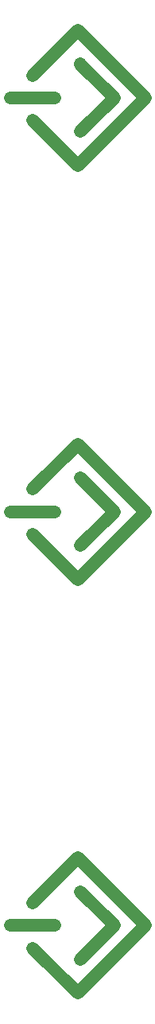
<source format=gbo>
G04 #@! TF.GenerationSoftware,KiCad,Pcbnew,8.0.6*
G04 #@! TF.CreationDate,2024-11-07T02:27:35-08:00*
G04 #@! TF.ProjectId,mse-50-idc-panel,6d73652d-3530-42d6-9964-632d70616e65,1*
G04 #@! TF.SameCoordinates,Original*
G04 #@! TF.FileFunction,Legend,Bot*
G04 #@! TF.FilePolarity,Positive*
%FSLAX46Y46*%
G04 Gerber Fmt 4.6, Leading zero omitted, Abs format (unit mm)*
G04 Created by KiCad (PCBNEW 8.0.6) date 2024-11-07 02:27:35*
%MOMM*%
%LPD*%
G01*
G04 APERTURE LIST*
G04 Aperture macros list*
%AMRoundRect*
0 Rectangle with rounded corners*
0 $1 Rounding radius*
0 $2 $3 $4 $5 $6 $7 $8 $9 X,Y pos of 4 corners*
0 Add a 4 corners polygon primitive as box body*
4,1,4,$2,$3,$4,$5,$6,$7,$8,$9,$2,$3,0*
0 Add four circle primitives for the rounded corners*
1,1,$1+$1,$2,$3*
1,1,$1+$1,$4,$5*
1,1,$1+$1,$6,$7*
1,1,$1+$1,$8,$9*
0 Add four rect primitives between the rounded corners*
20,1,$1+$1,$2,$3,$4,$5,0*
20,1,$1+$1,$4,$5,$6,$7,0*
20,1,$1+$1,$6,$7,$8,$9,0*
20,1,$1+$1,$8,$9,$2,$3,0*%
G04 Aperture macros list end*
%ADD10C,1.350000*%
%ADD11C,0.500000*%
%ADD12RoundRect,0.264706X0.635294X-0.635294X0.635294X0.635294X-0.635294X0.635294X-0.635294X-0.635294X0*%
%ADD13C,1.800000*%
%ADD14C,6.500000*%
%ADD15C,2.300000*%
%ADD16C,2.700000*%
%ADD17C,1.950000*%
%ADD18C,0.800000*%
%ADD19C,1.200000*%
%ADD20C,2.500000*%
G04 APERTURE END LIST*
D10*
X-37499999Y74201999D02*
X-42300000Y69402000D01*
X-37499999Y118201999D02*
X-42300000Y113402000D01*
X-42300000Y64601999D02*
X-37499999Y59802000D01*
X-33607288Y67001999D02*
X-37200000Y70594711D01*
X-33607288Y111001999D02*
X-37200000Y114594711D01*
X-44699999Y111002000D02*
X-39899999Y111002000D01*
X-37200000Y114594711D02*
X-37200000Y114601999D01*
X-30300000Y111002000D02*
X-37499999Y118201999D01*
X-37499999Y30201999D02*
X-42300000Y25402000D01*
X-44699999Y23002000D02*
X-39899999Y23002000D01*
X-37207287Y107402000D02*
X-33607288Y111001999D01*
X-37499999Y15802000D02*
X-30300000Y23002000D01*
X-44699999Y67002000D02*
X-39899999Y67002000D01*
X-42300000Y20601999D02*
X-37499999Y15802000D01*
X-37207287Y19402000D02*
X-33607288Y23001999D01*
X-33607288Y23001999D02*
X-37200000Y26594711D01*
X-37200000Y70594711D02*
X-37200000Y70601999D01*
X-30300000Y23002000D02*
X-37499999Y30201999D01*
X-37499999Y59802000D02*
X-30300000Y67002000D01*
X-37200000Y26594711D02*
X-37200000Y26601999D01*
X-30300000Y67002000D02*
X-37499999Y74201999D01*
X-42300000Y108601999D02*
X-37499999Y103802000D01*
X-37207287Y63402000D02*
X-33607288Y67001999D01*
X-37499999Y103802000D02*
X-30300000Y111002000D01*
%LPC*%
D11*
G04 #@! TO.C,KiKit_MB_9_2*
X-9739401Y7002000D03*
G04 #@! TD*
G04 #@! TO.C,KiKit_MB_4_1*
X-61899000Y95002000D03*
G04 #@! TD*
G04 #@! TO.C,KiKit_MB_5_5*
X-12260600Y51002000D03*
G04 #@! TD*
G04 #@! TO.C,KiKit_MB_11_4*
X-10579801Y41002000D03*
G04 #@! TD*
G04 #@! TO.C,KiKit_MB_4_3*
X-63579800Y95002000D03*
G04 #@! TD*
G04 #@! TO.C,KiKit_MB_9_1*
X-8899001Y7002000D03*
G04 #@! TD*
D12*
G04 #@! TO.C,J2*
X-67980000Y32762000D03*
D13*
X-67980000Y35302000D03*
X-65440000Y32762000D03*
X-65440000Y35302000D03*
X-62900001Y32762000D03*
X-62900000Y35302000D03*
X-60360000Y32762000D03*
X-60360000Y35302000D03*
X-57820000Y32762000D03*
X-57820000Y35302000D03*
X-55280000Y32762000D03*
X-55280000Y35302000D03*
X-52740000Y32762000D03*
X-52740000Y35302000D03*
X-50199999Y32762000D03*
X-50200000Y35302000D03*
X-47660000Y32762000D03*
X-47660000Y35302000D03*
X-45120000Y32762000D03*
X-45120000Y35302000D03*
X-42580000Y32762000D03*
X-42580000Y35302000D03*
X-40040001Y32762000D03*
X-40040000Y35302000D03*
X-37500000Y32762000D03*
X-37500000Y35302000D03*
X-34960000Y32762000D03*
X-34960000Y35302000D03*
X-32420000Y32762000D03*
X-32420000Y35302000D03*
X-29880001Y32762000D03*
X-29880000Y35302000D03*
X-27339999Y32762000D03*
X-27340000Y35302000D03*
X-24800000Y32762000D03*
X-24800000Y35302000D03*
X-22260000Y32762000D03*
X-22260000Y35302000D03*
X-19720000Y32762000D03*
X-19720000Y35302000D03*
X-17180001Y32762000D03*
X-17180000Y35302000D03*
X-14640000Y32762000D03*
X-14640000Y35302000D03*
X-12100000Y32762000D03*
X-12100000Y35302000D03*
X-9560000Y32762000D03*
X-9560000Y35302000D03*
X-7020001Y32762000D03*
X-7020000Y35302000D03*
G04 #@! TD*
D11*
G04 #@! TO.C,KiKit_MB_3_2*
X-12260600Y129002000D03*
G04 #@! TD*
G04 #@! TO.C,KiKit_MB_10_6*
X-61899000Y41002000D03*
G04 #@! TD*
G04 #@! TO.C,KiKit_MB_2_3*
X-64420199Y129002000D03*
G04 #@! TD*
G04 #@! TO.C,KiKit_MB_8_1*
X-61899000Y51002000D03*
G04 #@! TD*
G04 #@! TO.C,KiKit_MB_5_3*
X-10579801Y51002000D03*
G04 #@! TD*
D14*
G04 #@! TO.C,H3*
X-71000000Y11002000D03*
G04 #@! TD*
D12*
G04 #@! TO.C,J2*
X-67980000Y76762000D03*
D13*
X-67980000Y79302000D03*
X-65440000Y76762000D03*
X-65440000Y79302000D03*
X-62900001Y76762000D03*
X-62900000Y79302000D03*
X-60360000Y76762000D03*
X-60360000Y79302000D03*
X-57820000Y76762000D03*
X-57820000Y79302000D03*
X-55280000Y76762000D03*
X-55280000Y79302000D03*
X-52740000Y76762000D03*
X-52740000Y79302000D03*
X-50199999Y76762000D03*
X-50200000Y79302000D03*
X-47660000Y76762000D03*
X-47660000Y79302000D03*
X-45120000Y76762000D03*
X-45120000Y79302000D03*
X-42580000Y76762000D03*
X-42580000Y79302000D03*
X-40040001Y76762000D03*
X-40040000Y79302000D03*
X-37500000Y76762000D03*
X-37500000Y79302000D03*
X-34960000Y76762000D03*
X-34960000Y79302000D03*
X-32420000Y76762000D03*
X-32420000Y79302000D03*
X-29880001Y76762000D03*
X-29880000Y79302000D03*
X-27339999Y76762000D03*
X-27340000Y79302000D03*
X-24800000Y76762000D03*
X-24800000Y79302000D03*
X-22260000Y76762000D03*
X-22260000Y79302000D03*
X-19720000Y76762000D03*
X-19720000Y79302000D03*
X-17180001Y76762000D03*
X-17180000Y79302000D03*
X-14640000Y76762000D03*
X-14640000Y79302000D03*
X-12100000Y76762000D03*
X-12100000Y79302000D03*
X-9560000Y76762000D03*
X-9560000Y79302000D03*
X-7020001Y76762000D03*
X-7020000Y79302000D03*
G04 #@! TD*
D11*
G04 #@! TO.C,KiKit_MB_1_4*
X-11420200Y95002000D03*
G04 #@! TD*
G04 #@! TO.C,KiKit_MB_1_6*
X-13101000Y95002000D03*
G04 #@! TD*
D15*
G04 #@! TO.C,J3*
X-72440000Y61872000D03*
D16*
X-69900000Y68342000D03*
D17*
X-72440000Y67012000D03*
X-69900000Y65742000D03*
X-72440000Y64472000D03*
X-69900000Y63202000D03*
G04 #@! TD*
D11*
G04 #@! TO.C,KiKit_MB_7_4*
X-10579801Y85002000D03*
G04 #@! TD*
G04 #@! TO.C,KiKit_MB_6_3*
X-64420199Y85002000D03*
G04 #@! TD*
G04 #@! TO.C,KiKit_MB_3_3*
X-11420200Y129002000D03*
G04 #@! TD*
G04 #@! TO.C,KiKit_MB_5_4*
X-11420200Y51002000D03*
G04 #@! TD*
G04 #@! TO.C,KiKit_MB_11_2*
X-12260600Y41002000D03*
G04 #@! TD*
G04 #@! TO.C,KiKit_MB_10_2*
X-65260599Y41002000D03*
G04 #@! TD*
G04 #@! TO.C,KiKit_MB_10_4*
X-63579800Y41002000D03*
G04 #@! TD*
G04 #@! TO.C,KiKit_MB_5_6*
X-13101000Y51002000D03*
G04 #@! TD*
G04 #@! TO.C,KiKit_MB_5_2*
X-9739401Y51002000D03*
G04 #@! TD*
G04 #@! TO.C,KiKit_MB_11_5*
X-9739401Y41002000D03*
G04 #@! TD*
D18*
G04 #@! TO.C,J1*
X-15400000Y11002000D03*
D19*
X-59600000Y11002000D03*
G04 #@! TD*
D11*
G04 #@! TO.C,KiKit_MB_12_2*
X-62739400Y7002000D03*
G04 #@! TD*
D14*
G04 #@! TO.C,H4*
X-4000000Y99002000D03*
G04 #@! TD*
D11*
G04 #@! TO.C,KiKit_MB_3_5*
X-9739401Y129002000D03*
G04 #@! TD*
G04 #@! TO.C,KiKit_MB_8_3*
X-63579800Y51002000D03*
G04 #@! TD*
D14*
G04 #@! TO.C,H3*
X-71000000Y99002000D03*
G04 #@! TD*
D11*
G04 #@! TO.C,KiKit_MB_3_1*
X-13101000Y129002000D03*
G04 #@! TD*
G04 #@! TO.C,KiKit_MB_4_4*
X-64420199Y95002000D03*
G04 #@! TD*
G04 #@! TO.C,KiKit_MB_2_6*
X-61899000Y129002000D03*
G04 #@! TD*
G04 #@! TO.C,KiKit_MB_7_2*
X-12260600Y85002000D03*
G04 #@! TD*
G04 #@! TO.C,KiKit_MB_7_6*
X-8899001Y85002000D03*
G04 #@! TD*
G04 #@! TO.C,KiKit_MB_1_1*
X-8899001Y95002000D03*
G04 #@! TD*
D14*
G04 #@! TO.C,H4*
X-4000000Y11002000D03*
G04 #@! TD*
D11*
G04 #@! TO.C,KiKit_MB_11_3*
X-11420200Y41002000D03*
G04 #@! TD*
G04 #@! TO.C,KiKit_MB_3_6*
X-8899001Y129002000D03*
G04 #@! TD*
G04 #@! TO.C,KiKit_MB_4_2*
X-62739400Y95002000D03*
G04 #@! TD*
G04 #@! TO.C,KiKit_MB_7_5*
X-9739401Y85002000D03*
G04 #@! TD*
G04 #@! TO.C,KiKit_MB_10_5*
X-62739400Y41002000D03*
G04 #@! TD*
G04 #@! TO.C,KiKit_MB_9_5*
X-12260600Y7002000D03*
G04 #@! TD*
G04 #@! TO.C,KiKit_MB_10_3*
X-64420199Y41002000D03*
G04 #@! TD*
G04 #@! TO.C,KiKit_MB_8_4*
X-64420199Y51002000D03*
G04 #@! TD*
G04 #@! TO.C,KiKit_MB_7_1*
X-13101000Y85002000D03*
G04 #@! TD*
G04 #@! TO.C,KiKit_MB_2_4*
X-63579800Y129002000D03*
G04 #@! TD*
G04 #@! TO.C,KiKit_MB_8_6*
X-66100999Y51002000D03*
G04 #@! TD*
G04 #@! TO.C,KiKit_MB_4_5*
X-65260599Y95002000D03*
G04 #@! TD*
G04 #@! TO.C,KiKit_MB_6_6*
X-61899000Y85002000D03*
G04 #@! TD*
D12*
G04 #@! TO.C,J2*
X-67980000Y120762000D03*
D13*
X-67980000Y123302000D03*
X-65440000Y120762000D03*
X-65440000Y123302000D03*
X-62900001Y120762000D03*
X-62900000Y123302000D03*
X-60360000Y120762000D03*
X-60360000Y123302000D03*
X-57820000Y120762000D03*
X-57820000Y123302000D03*
X-55280000Y120762000D03*
X-55280000Y123302000D03*
X-52740000Y120762000D03*
X-52740000Y123302000D03*
X-50199999Y120762000D03*
X-50200000Y123302000D03*
X-47660000Y120762000D03*
X-47660000Y123302000D03*
X-45120000Y120762000D03*
X-45120000Y123302000D03*
X-42580000Y120762000D03*
X-42580000Y123302000D03*
X-40040001Y120762000D03*
X-40040000Y123302000D03*
X-37500000Y120762000D03*
X-37500000Y123302000D03*
X-34960000Y120762000D03*
X-34960000Y123302000D03*
X-32420000Y120762000D03*
X-32420000Y123302000D03*
X-29880001Y120762000D03*
X-29880000Y123302000D03*
X-27339999Y120762000D03*
X-27340000Y123302000D03*
X-24800000Y120762000D03*
X-24800000Y123302000D03*
X-22260000Y120762000D03*
X-22260000Y123302000D03*
X-19720000Y120762000D03*
X-19720000Y123302000D03*
X-17180001Y120762000D03*
X-17180000Y123302000D03*
X-14640000Y120762000D03*
X-14640000Y123302000D03*
X-12100000Y120762000D03*
X-12100000Y123302000D03*
X-9560000Y120762000D03*
X-9560000Y123302000D03*
X-7020001Y120762000D03*
X-7020000Y123302000D03*
G04 #@! TD*
D11*
G04 #@! TO.C,KiKit_MB_6_1*
X-66100999Y85002000D03*
G04 #@! TD*
G04 #@! TO.C,KiKit_MB_1_3*
X-10579801Y95002000D03*
G04 #@! TD*
G04 #@! TO.C,KiKit_MB_9_3*
X-10579801Y7002000D03*
G04 #@! TD*
G04 #@! TO.C,KiKit_MB_2_1*
X-66100999Y129002000D03*
G04 #@! TD*
G04 #@! TO.C,KiKit_MB_8_2*
X-62739400Y51002000D03*
G04 #@! TD*
G04 #@! TO.C,KiKit_MB_1_5*
X-12260600Y95002000D03*
G04 #@! TD*
D14*
G04 #@! TO.C,H4*
X-4000000Y55002000D03*
G04 #@! TD*
D11*
G04 #@! TO.C,KiKit_MB_12_1*
X-61899000Y7002000D03*
G04 #@! TD*
D14*
G04 #@! TO.C,H3*
X-71000000Y55002000D03*
G04 #@! TD*
D15*
G04 #@! TO.C,J3*
X-72440000Y105872000D03*
D16*
X-69900000Y112342000D03*
D17*
X-72440000Y111012000D03*
X-69900000Y109742000D03*
X-72440000Y108472000D03*
X-69900000Y107202000D03*
G04 #@! TD*
D11*
G04 #@! TO.C,KiKit_MB_10_1*
X-66100999Y41002000D03*
G04 #@! TD*
G04 #@! TO.C,KiKit_MB_11_6*
X-8899001Y41002000D03*
G04 #@! TD*
D15*
G04 #@! TO.C,J3*
X-72440000Y17872000D03*
D16*
X-69900000Y24342000D03*
D17*
X-72440000Y23012000D03*
X-69900000Y21742000D03*
X-72440000Y20472000D03*
X-69900000Y19202000D03*
G04 #@! TD*
D11*
G04 #@! TO.C,KiKit_MB_12_4*
X-64420199Y7002000D03*
G04 #@! TD*
G04 #@! TO.C,KiKit_MB_6_2*
X-65260599Y85002000D03*
G04 #@! TD*
G04 #@! TO.C,KiKit_MB_6_5*
X-62739400Y85002000D03*
G04 #@! TD*
G04 #@! TO.C,KiKit_MB_2_2*
X-65260599Y129002000D03*
G04 #@! TD*
G04 #@! TO.C,KiKit_MB_1_2*
X-9739401Y95002000D03*
G04 #@! TD*
G04 #@! TO.C,KiKit_MB_11_1*
X-13101000Y41002000D03*
G04 #@! TD*
G04 #@! TO.C,KiKit_MB_12_3*
X-63579800Y7002000D03*
G04 #@! TD*
G04 #@! TO.C,KiKit_MB_3_4*
X-10579801Y129002000D03*
G04 #@! TD*
G04 #@! TO.C,KiKit_MB_7_3*
X-11420200Y85002000D03*
G04 #@! TD*
D18*
G04 #@! TO.C,J1*
X-15400000Y55002000D03*
D19*
X-59600000Y55002000D03*
G04 #@! TD*
D11*
G04 #@! TO.C,KiKit_MB_6_4*
X-63579800Y85002000D03*
G04 #@! TD*
G04 #@! TO.C,KiKit_MB_8_5*
X-65260599Y51002000D03*
G04 #@! TD*
G04 #@! TO.C,KiKit_MB_12_5*
X-65260599Y7002000D03*
G04 #@! TD*
G04 #@! TO.C,KiKit_MB_12_6*
X-66100999Y7002000D03*
G04 #@! TD*
G04 #@! TO.C,KiKit_MB_9_6*
X-13101000Y7002000D03*
G04 #@! TD*
G04 #@! TO.C,KiKit_MB_2_5*
X-62739400Y129002000D03*
G04 #@! TD*
G04 #@! TO.C,KiKit_MB_4_6*
X-66100999Y95002000D03*
G04 #@! TD*
G04 #@! TO.C,KiKit_MB_5_1*
X-8899001Y51002000D03*
G04 #@! TD*
D18*
G04 #@! TO.C,J1*
X-15400000Y99002000D03*
D19*
X-59600000Y99002000D03*
G04 #@! TD*
D11*
G04 #@! TO.C,KiKit_MB_9_4*
X-11420200Y7002000D03*
G04 #@! TD*
D20*
G04 #@! TO.C,KiKit_FID_B_2*
X-2500000Y133503500D03*
G04 #@! TD*
G04 #@! TO.C,KiKit_FID_B_3*
X-72500000Y2500000D03*
G04 #@! TD*
G04 #@! TO.C,KiKit_FID_B_1*
X-72500000Y133503500D03*
G04 #@! TD*
G36*
X-56961Y72632315D02*
G01*
X-11206Y72579511D01*
X0Y72528000D01*
X0Y63576000D01*
X-19685Y63508961D01*
X-72489Y63463206D01*
X-124000Y63452000D01*
X-2376000Y63452000D01*
X-2443039Y63471685D01*
X-2488794Y63524489D01*
X-2500000Y63576000D01*
X-2500000Y72528000D01*
X-2480315Y72595039D01*
X-2427511Y72640794D01*
X-2376000Y72652000D01*
X-124000Y72652000D01*
X-56961Y72632315D01*
G37*
G36*
X-56961Y28632315D02*
G01*
X-11206Y28579511D01*
X0Y28528000D01*
X0Y19576000D01*
X-19685Y19508961D01*
X-72489Y19463206D01*
X-124000Y19452000D01*
X-2376000Y19452000D01*
X-2443039Y19471685D01*
X-2488794Y19524489D01*
X-2500000Y19576000D01*
X-2500000Y28528000D01*
X-2480315Y28595039D01*
X-2427511Y28640794D01*
X-2376000Y28652000D01*
X-124000Y28652000D01*
X-56961Y28632315D01*
G37*
G36*
X-56961Y116632315D02*
G01*
X-11206Y116579511D01*
X0Y116528000D01*
X0Y107576000D01*
X-19685Y107508961D01*
X-72489Y107463206D01*
X-124000Y107452000D01*
X-2376000Y107452000D01*
X-2443039Y107471685D01*
X-2488794Y107524489D01*
X-2500000Y107576000D01*
X-2500000Y116528000D01*
X-2480315Y116595039D01*
X-2427511Y116640794D01*
X-2376000Y116652000D01*
X-124000Y116652000D01*
X-56961Y116632315D01*
G37*
%LPD*%
M02*

</source>
